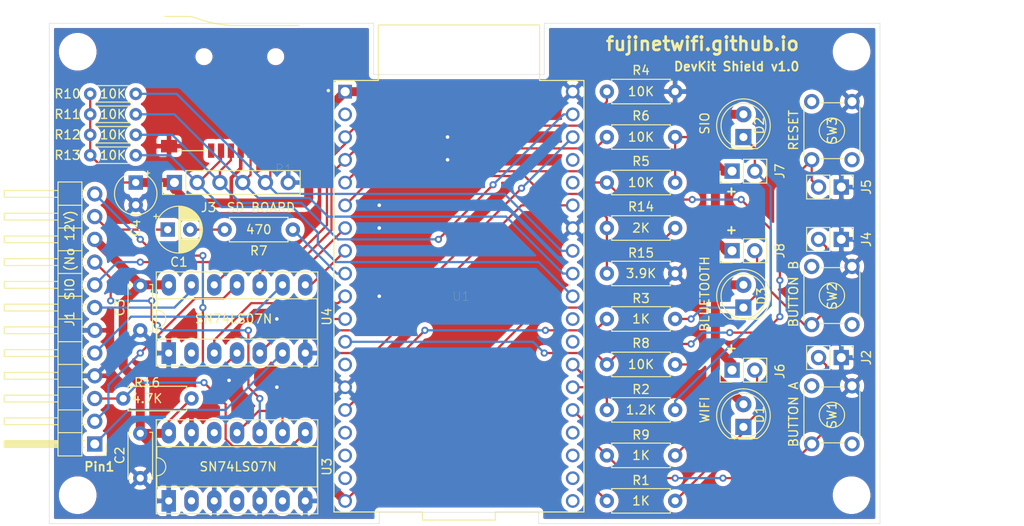
<source format=kicad_pcb>
(kicad_pcb (version 20171130) (host pcbnew "(5.1.9)-1")
  (layers (0 F.Cu signal) (31 B.Cu signal) (34 B.Paste user) (35 F.Paste user) (36 B.SilkS user) (37 F.SilkS user) (38 B.Mask user) (39 F.Mask user) (44 Edge.Cuts user))
  (net 0 "")
  (net 1 "Net-(U1-Pad2)")
  (net 2 "Net-(U1-Pad35)")
  (net 3 "Net-(U1-Pad34)")
  (net 4 "Net-(U1-Pad28)")
  (net 5 "Net-(U1-Pad27)")
  (net 6 "Net-(U1-Pad23)")
  (net 7 "Net-(U1-Pad22)")
  (net 8 "Net-(U1-Pad21)")
  (net 9 "Net-(U1-Pad20)")
  (net 10 "Net-(U1-Pad18)")
  (net 11 "Net-(U1-Pad17)")
  (net 12 "Net-(U1-Pad16)")
  (net 13 "Net-(U1-Pad13)")
  (net 14 "Net-(D1-Pad1)")
  (net 15 "Net-(D2-Pad1)")
  (net 16 "Net-(D3-Pad1)")
  (net 17 "Net-(C1-Pad2)")
  (net 18 SIO_AUDIOIN)
  (net 19 GND)
  (net 20 +5V)
  (net 21 +3V3)
  (net 22 SIO_INT)
  (net 23 SIO_PROC)
  (net 24 SIO_MCTL)
  (net 25 SIO_CMD)
  (net 26 SIO_DATAOUT)
  (net 27 SIO_DATAIN)
  (net 28 SIO_CKOUT)
  (net 29 SIO_CKIN)
  (net 30 IO5_SPI_CS)
  (net 31 IO23_SPI_MOSI)
  (net 32 IO18_SPI_CLK)
  (net 33 IO19_SPI_MISO)
  (net 34 IO2_LED1)
  (net 35 IO4_LED2)
  (net 36 IO3_LED3)
  (net 37 IO34_BUTTON_B)
  (net 38 IO39_CMD)
  (net 39 IO25_AUDIOIN)
  (net 40 IO14_BUTTON_RESET)
  (net 41 IO0_BUTTON_A)
  (net 42 IO35_SIO_VOLTAGE)
  (net 43 IO22_PROC)
  (net 44 IO21_DATAIN)
  (net 45 IO27_CKIN)
  (net 46 IO26_INT)
  (net 47 IO33_DATAOUT)
  (net 48 IO32_CKOUT)
  (net 49 "Net-(U3-Pad12)")
  (net 50 "Net-(U3-Pad4)")
  (net 51 "Net-(P1-Pad9)")
  (net 52 "Net-(P1-Pad8)")
  (net 53 "Net-(P1-Pad1)")
  (net 54 "Net-(U3-Pad2)")
  (net 55 "Net-(U4-Pad2)")
  (net 56 "Net-(U3-Pad6)")
  (net 57 "Net-(SW1-Pad2)")
  (net 58 "Net-(SW1-Pad3)")
  (net 59 "Net-(SW2-Pad2)")
  (net 60 "Net-(SW2-Pad3)")
  (net 61 "Net-(SW3-Pad2)")
  (net 62 "Net-(SW3-Pad3)")
  (module Resistor_THT:R_Axial_DIN0207_L6.3mm_D2.5mm_P7.62mm_Horizontal (layer F.Cu) (at 121.285 99.06)
    (fp_text reference R16 (at 2.667 -1.778) (layer F.SilkS))
    (fp_text value 4.7K (at 2.667 0) (layer F.SilkS))
    (pad 2 thru_hole oval (at 7.62 0) (size 1.6 1.6) (drill 0.8) (layers *.Cu *.Mask) (net 20 +5V))
    (pad 1 thru_hole circle (at 0 0) (size 1.6 1.6) (drill 0.8) (layers *.Cu *.Mask) (net 27 SIO_DATAIN))
  )
  (module LED_THT:LED_D5.0mm (layer F.Cu) (at 190.5 102.235 90)
    (fp_text reference D1 (at 1.397 1.778 90) (layer F.SilkS))
    (fp_text value WIFI (at 1.905 -4.318 90) (layer F.SilkS))
    (pad 2 thru_hole circle (at 2.54 0 90) (size 1.8 1.8) (drill 0.9) (layers *.Cu *.Mask) (net 21 +3V3))
    (pad 1 thru_hole rect (at 0 0 90) (size 1.8 1.8) (drill 0.9) (layers *.Cu *.Mask) (net 14 "Net-(D1-Pad1)"))
  )
  (module LED_THT:LED_D5.0mm (layer F.Cu) (at 190.5 88.9 90)
    (fp_text reference D3 (at 1.27 2.032 90) (layer F.SilkS))
    (fp_text value BLUETOOTH (at 1.524 -4.318 90) (layer F.SilkS))
    (pad 2 thru_hole circle (at 2.54 0 90) (size 1.8 1.8) (drill 0.9) (layers *.Cu *.Mask) (net 21 +3V3))
    (pad 1 thru_hole rect (at 0 0 90) (size 1.8 1.8) (drill 0.9) (layers *.Cu *.Mask) (net 16 "Net-(D3-Pad1)"))
  )
  (module Capacitor_THT:CP_Radial_Tantal_D4.5mm_P2.50mm (layer F.Cu) (at 122.682 74.93 270)
    (fp_text reference C4 (at 5.08 0 90) (layer F.SilkS))
    (fp_text value "10uF 25V")
    (pad 2 thru_hole circle (at 2.5 0 270) (size 1.6 1.6) (drill 0.8) (layers *.Cu *.Mask) (net 19 GND))
    (pad 1 thru_hole rect (at 0 0 270) (size 1.6 1.6) (drill 0.8) (layers *.Cu *.Mask) (net 21 +3V3))
  )
  (module Package_DIP:DIP-14_W7.62mm_Socket_LongPads (layer F.Cu) (at 126.365 93.98 90)
    (fp_text reference U4 (at 4.064 17.653 90) (layer F.SilkS))
    (fp_text value SN74LS07N (at 3.81 7.239 180) (layer F.SilkS))
    (pad 14 thru_hole oval (at 7.62 0 90) (size 2.4 1.6) (drill 0.8) (layers *.Cu *.Mask) (net 20 +5V))
    (pad 7 thru_hole oval (at 0 15.24 90) (size 2.4 1.6) (drill 0.8) (layers *.Cu *.Mask) (net 19 GND))
    (pad 13 thru_hole oval (at 7.62 2.54 90) (size 2.4 1.6) (drill 0.8) (layers *.Cu *.Mask) (net 25 SIO_CMD))
    (pad 6 thru_hole oval (at 0 12.7 90) (size 2.4 1.6) (drill 0.8) (layers *.Cu *.Mask) (net 29 SIO_CKIN))
    (pad 12 thru_hole oval (at 7.62 5.08 90) (size 2.4 1.6) (drill 0.8) (layers *.Cu *.Mask) (net 38 IO39_CMD))
    (pad 5 thru_hole oval (at 0 10.16 90) (size 2.4 1.6) (drill 0.8) (layers *.Cu *.Mask) (net 45 IO27_CKIN))
    (pad 11 thru_hole oval (at 7.62 7.62 90) (size 2.4 1.6) (drill 0.8) (layers *.Cu *.Mask) (net 28 SIO_CKOUT))
    (pad 4 thru_hole oval (at 0 7.62 90) (size 2.4 1.6) (drill 0.8) (layers *.Cu *.Mask) (net 22 SIO_INT))
    (pad 10 thru_hole oval (at 7.62 10.16 90) (size 2.4 1.6) (drill 0.8) (layers *.Cu *.Mask) (net 48 IO32_CKOUT))
    (pad 3 thru_hole oval (at 0 5.08 90) (size 2.4 1.6) (drill 0.8) (layers *.Cu *.Mask) (net 46 IO26_INT))
    (pad 9 thru_hole oval (at 7.62 12.7 90) (size 2.4 1.6) (drill 0.8) (layers *.Cu *.Mask) (net 26 SIO_DATAOUT))
    (pad 2 thru_hole oval (at 0 2.54 90) (size 2.4 1.6) (drill 0.8) (layers *.Cu *.Mask) (net 55 "Net-(U4-Pad2)"))
    (pad 8 thru_hole oval (at 7.62 15.24 90) (size 2.4 1.6) (drill 0.8) (layers *.Cu *.Mask) (net 47 IO33_DATAOUT))
    (pad 1 thru_hole rect (at 0 0 90) (size 2.4 1.6) (drill 0.8) (layers *.Cu *.Mask) (net 19 GND))
  )
  (module Connector_PinHeader_2.54mm:PinHeader_1x02_P2.54mm_Vertical (layer F.Cu) (at 189.23 82.55 90)
    (fp_text reference J8 (at 0 5.334 90) (layer F.SilkS))
    (fp_text value Conn_BLUE_LED)
    (pad 2 thru_hole oval (at 0 2.54 90) (size 1.7 1.7) (drill 1) (layers *.Cu *.Mask) (net 16 "Net-(D3-Pad1)"))
    (pad 1 thru_hole rect (at 0 0 90) (size 1.7 1.7) (drill 1) (layers *.Cu *.Mask) (net 21 +3V3))
  )
  (module Connector_PinHeader_2.54mm:PinHeader_1x02_P2.54mm_Vertical (layer F.Cu) (at 189.23 73.66 90)
    (fp_text reference J7 (at 0 5.334 90) (layer F.SilkS))
    (fp_text value Conn_ORANGE_LED)
    (pad 2 thru_hole oval (at 0 2.54 90) (size 1.7 1.7) (drill 1) (layers *.Cu *.Mask) (net 15 "Net-(D2-Pad1)"))
    (pad 1 thru_hole rect (at 0 0 90) (size 1.7 1.7) (drill 1) (layers *.Cu *.Mask) (net 21 +3V3))
  )
  (module Connector_PinHeader_2.54mm:PinHeader_1x02_P2.54mm_Vertical (layer F.Cu) (at 189.23 95.885 90)
    (fp_text reference J6 (at -0.127 5.334 90) (layer F.SilkS))
    (fp_text value Conn_WHITE_LED)
    (pad 2 thru_hole oval (at 0 2.54 90) (size 1.7 1.7) (drill 1) (layers *.Cu *.Mask) (net 14 "Net-(D1-Pad1)"))
    (pad 1 thru_hole rect (at 0 0 90) (size 1.7 1.7) (drill 1) (layers *.Cu *.Mask) (net 21 +3V3))
  )
  (module Connector_PinHeader_2.54mm:PinHeader_1x02_P2.54mm_Vertical (layer F.Cu) (at 201.422 75.438 270)
    (fp_text reference J5 (at 0 -2.794 90) (layer F.SilkS))
    (fp_text value Conn_BUTTON_RESET)
    (pad 2 thru_hole oval (at 0 2.54 270) (size 1.7 1.7) (drill 1) (layers *.Cu *.Mask) (net 40 IO14_BUTTON_RESET))
    (pad 1 thru_hole rect (at 0 0 270) (size 1.7 1.7) (drill 1) (layers *.Cu *.Mask) (net 19 GND))
  )
  (module Connector_PinHeader_2.54mm:PinHeader_1x02_P2.54mm_Vertical (layer F.Cu) (at 201.422 81.28 270)
    (fp_text reference J4 (at 0 -2.794 90) (layer F.SilkS))
    (fp_text value Conn_BUTTON_B)
    (pad 2 thru_hole oval (at 0 2.54 270) (size 1.7 1.7) (drill 1) (layers *.Cu *.Mask) (net 37 IO34_BUTTON_B))
    (pad 1 thru_hole rect (at 0 0 270) (size 1.7 1.7) (drill 1) (layers *.Cu *.Mask) (net 19 GND))
  )
  (module Connector_PinHeader_2.54mm:PinHeader_1x02_P2.54mm_Vertical (layer F.Cu) (at 201.422 94.488 270)
    (fp_text reference J2 (at 0 -2.794 90) (layer F.SilkS))
    (fp_text value Conn_BUTTON_A)
    (pad 2 thru_hole oval (at 0 2.54 270) (size 1.7 1.7) (drill 1) (layers *.Cu *.Mask) (net 41 IO0_BUTTON_A))
    (pad 1 thru_hole rect (at 0 0 270) (size 1.7 1.7) (drill 1) (layers *.Cu *.Mask) (net 19 GND))
  )
  (module ST-TF-003A:SUNTECH_ST-TF-003A (layer F.Cu) (at 134.62 66.04 180)
    (fp_text reference P1 (at -4.57732 -7.38873) (layer F.SilkS) (effects (font (size 1.000504 1.000504) (thickness 0.015))))
    (fp_text value ST-TF-003A)
    (pad None np_thru_hole circle (at 4.32 5.17 180) (size 0.9 0.9) (drill 0.9) (layers *.Cu *.Mask))
    (pad None np_thru_hole circle (at -3.68 5.17 180) (size 0.9 0.9) (drill 0.9) (layers *.Cu *.Mask))
    (pad G3 smd rect (at 9.12 4.77 180) (size 1.4 2.2) (layers F.Cu F.Paste F.Mask) (net 19 GND))
    (pad G4 smd rect (at 8.22 -4.83 180) (size 1.8 1.4) (layers F.Cu F.Paste F.Mask) (net 19 GND))
    (pad G2 smd rect (at -6.58 4.77 180) (size 1.4 2.2) (layers F.Cu F.Paste F.Mask) (net 19 GND))
    (pad G1 smd rect (at -6.58 -4.73 180) (size 1.4 1.6) (layers F.Cu F.Paste F.Mask) (net 19 GND))
    (pad 9 smd rect (at -5.28 -5.33 180) (size 0.7 1.6) (layers F.Cu F.Paste F.Mask) (net 51 "Net-(P1-Pad9)"))
    (pad 8 smd rect (at -4.18 -5.33 180) (size 0.7 1.6) (layers F.Cu F.Paste F.Mask) (net 52 "Net-(P1-Pad8)"))
    (pad 7 smd rect (at -3.08 -5.33 180) (size 0.7 1.6) (layers F.Cu F.Paste F.Mask) (net 33 IO19_SPI_MISO))
    (pad 6 smd rect (at -1.98 -5.33 180) (size 0.7 1.6) (layers F.Cu F.Paste F.Mask) (net 19 GND))
    (pad 5 smd rect (at -0.88 -5.33 180) (size 0.7 1.6) (layers F.Cu F.Paste F.Mask) (net 32 IO18_SPI_CLK))
    (pad 4 smd rect (at 0.22 -5.33 180) (size 0.7 1.6) (layers F.Cu F.Paste F.Mask) (net 21 +3V3))
    (pad 3 smd rect (at 1.32 -5.33 180) (size 0.7 1.6) (layers F.Cu F.Paste F.Mask) (net 31 IO23_SPI_MOSI))
    (pad 2 smd rect (at 2.42 -5.33 180) (size 0.7 1.6) (layers F.Cu F.Paste F.Mask) (net 30 IO5_SPI_CS))
    (pad 1 smd rect (at 3.52 -5.33 180) (size 0.7 1.6) (layers F.Cu F.Paste F.Mask) (net 53 "Net-(P1-Pad1)"))
  )
  (module Resistor_THT:R_Axial_DIN0204_L3.6mm_D1.6mm_P5.08mm_Horizontal (layer F.Cu) (at 122.682 71.882 180)
    (fp_text reference R13 (at 7.62 0) (layer F.SilkS))
    (fp_text value 10K (at 2.54 0) (layer F.SilkS))
    (pad 2 thru_hole oval (at 5.08 0 180) (size 1.4 1.4) (drill 0.7) (layers *.Cu *.Mask) (net 21 +3V3))
    (pad 1 thru_hole circle (at 0 0 180) (size 1.4 1.4) (drill 0.7) (layers *.Cu *.Mask) (net 30 IO5_SPI_CS))
  )
  (module Resistor_THT:R_Axial_DIN0204_L3.6mm_D1.6mm_P5.08mm_Horizontal (layer F.Cu) (at 122.682 69.596 180)
    (fp_text reference R12 (at 7.62 0) (layer F.SilkS))
    (fp_text value 10K (at 2.54 0) (layer F.SilkS))
    (pad 2 thru_hole oval (at 5.08 0 180) (size 1.4 1.4) (drill 0.7) (layers *.Cu *.Mask) (net 21 +3V3))
    (pad 1 thru_hole circle (at 0 0 180) (size 1.4 1.4) (drill 0.7) (layers *.Cu *.Mask) (net 31 IO23_SPI_MOSI))
  )
  (module Resistor_THT:R_Axial_DIN0204_L3.6mm_D1.6mm_P5.08mm_Horizontal (layer F.Cu) (at 122.682 67.31 180)
    (fp_text reference R11 (at 7.62 0) (layer F.SilkS))
    (fp_text value 10K (at 2.54 0) (layer F.SilkS))
    (pad 2 thru_hole oval (at 5.08 0 180) (size 1.4 1.4) (drill 0.7) (layers *.Cu *.Mask) (net 21 +3V3))
    (pad 1 thru_hole circle (at 0 0 180) (size 1.4 1.4) (drill 0.7) (layers *.Cu *.Mask) (net 32 IO18_SPI_CLK))
  )
  (module Resistor_THT:R_Axial_DIN0204_L3.6mm_D1.6mm_P5.08mm_Horizontal (layer F.Cu) (at 122.682 65.024 180)
    (fp_text reference R10 (at 7.62 0) (layer F.SilkS))
    (fp_text value 10K (at 2.54 0) (layer F.SilkS))
    (pad 2 thru_hole oval (at 5.08 0 180) (size 1.4 1.4) (drill 0.7) (layers *.Cu *.Mask) (net 21 +3V3))
    (pad 1 thru_hole circle (at 0 0 180) (size 1.4 1.4) (drill 0.7) (layers *.Cu *.Mask) (net 33 IO19_SPI_MISO))
  )
  (module MountingHole:MountingHole_3.2mm_M3 (layer F.Cu) (at 202.565 60.325)
    (fp_text reference H4 hide)
    (fp_text value MountingHole hide)
    (pad 1 np_thru_hole circle (at 0 0) (size 3.2 3.2) (drill 3.2) (layers *.Cu *.Mask))
  )
  (module MountingHole:MountingHole_3.2mm_M3 (layer F.Cu) (at 202.565 109.855)
    (fp_text reference H3 hide)
    (fp_text value MountingHole hide)
    (pad 1 np_thru_hole circle (at 0 0) (size 3.2 3.2) (drill 3.2) (layers *.Cu *.Mask))
  )
  (module MountingHole:MountingHole_3.2mm_M3 (layer F.Cu) (at 116.205 60.325)
    (fp_text reference H2 hide)
    (fp_text value MountingHole hide)
    (pad 1 np_thru_hole circle (at 0 0) (size 3.2 3.2) (drill 3.2) (layers *.Cu *.Mask))
  )
  (module MountingHole:MountingHole_3.2mm_M3 (layer F.Cu) (at 116.205 109.855)
    (fp_text reference H1 hide)
    (fp_text value MountingHole hide)
    (pad 1 np_thru_hole circle (at 0 0) (size 3.2 3.2) (drill 3.2) (layers *.Cu *.Mask))
  )
  (module Resistor_THT:R_Axial_DIN0207_L6.3mm_D2.5mm_P7.62mm_Horizontal (layer F.Cu) (at 182.88 85.09 180)
    (fp_text reference R15 (at 3.81 2.286) (layer F.SilkS))
    (fp_text value 3.9K (at 3.81 0) (layer F.SilkS))
    (pad 2 thru_hole oval (at 7.62 0 180) (size 1.6 1.6) (drill 0.8) (layers *.Cu *.Mask) (net 42 IO35_SIO_VOLTAGE))
    (pad 1 thru_hole circle (at 0 0 180) (size 1.6 1.6) (drill 0.8) (layers *.Cu *.Mask) (net 19 GND))
  )
  (module Resistor_THT:R_Axial_DIN0207_L6.3mm_D2.5mm_P7.62mm_Horizontal (layer F.Cu) (at 175.26 80.01)
    (fp_text reference R14 (at 3.81 -2.37) (layer F.SilkS))
    (fp_text value 2K (at 3.81 0) (layer F.SilkS))
    (pad 2 thru_hole oval (at 7.62 0) (size 1.6 1.6) (drill 0.8) (layers *.Cu *.Mask) (net 20 +5V))
    (pad 1 thru_hole circle (at 0 0) (size 1.6 1.6) (drill 0.8) (layers *.Cu *.Mask) (net 42 IO35_SIO_VOLTAGE))
  )
  (module Connector_PinHeader_2.54mm:PinHeader_1x06_P2.54mm_Vertical (layer F.Cu) (at 127 74.93 90)
    (fp_text reference J3 (at -2.794 3.81 180) (layer F.SilkS))
    (fp_text value "SD BOARD" (at -2.794 9.652 180) (layer F.SilkS))
    (pad 6 thru_hole oval (at 0 12.7 90) (size 1.7 1.7) (drill 1) (layers *.Cu *.Mask) (net 19 GND))
    (pad 5 thru_hole oval (at 0 10.16 90) (size 1.7 1.7) (drill 1) (layers *.Cu *.Mask) (net 33 IO19_SPI_MISO))
    (pad 4 thru_hole oval (at 0 7.62 90) (size 1.7 1.7) (drill 1) (layers *.Cu *.Mask) (net 32 IO18_SPI_CLK))
    (pad 3 thru_hole oval (at 0 5.08 90) (size 1.7 1.7) (drill 1) (layers *.Cu *.Mask) (net 31 IO23_SPI_MOSI))
    (pad 2 thru_hole oval (at 0 2.54 90) (size 1.7 1.7) (drill 1) (layers *.Cu *.Mask) (net 30 IO5_SPI_CS))
    (pad 1 thru_hole rect (at 0 0 90) (size 1.7 1.7) (drill 1) (layers *.Cu *.Mask) (net 21 +3V3))
  )
  (module Capacitor_THT:C_Disc_D5.0mm_W2.5mm_P5.00mm (layer F.Cu) (at 123.19 86.44 270)
    (fp_text reference C3 (at 2.46 2.286 90) (layer F.SilkS))
    (fp_text value 0.1uf)
    (pad 2 thru_hole circle (at 5 0 270) (size 1.6 1.6) (drill 0.8) (layers *.Cu *.Mask) (net 19 GND))
    (pad 1 thru_hole circle (at 0 0 270) (size 1.6 1.6) (drill 0.8) (layers *.Cu *.Mask) (net 20 +5V))
  )
  (module Capacitor_THT:C_Disc_D5.0mm_W2.5mm_P5.00mm (layer F.Cu) (at 123.19 102.95 270)
    (fp_text reference C2 (at 2.46 2.286 90) (layer F.SilkS))
    (fp_text value 0.1uf)
    (pad 2 thru_hole circle (at 5 0 270) (size 1.6 1.6) (drill 0.8) (layers *.Cu *.Mask) (net 19 GND))
    (pad 1 thru_hole circle (at 0 0 270) (size 1.6 1.6) (drill 0.8) (layers *.Cu *.Mask) (net 20 +5V))
  )
  (module Connector_PinHeader_2.54mm:PinHeader_1x12_P2.54mm_Horizontal (layer F.Cu) (at 118.11 104.14 180)
    (fp_text reference J1 (at 2.794 13.97 90) (layer F.SilkS))
    (fp_text value "SIO (No 12V)" (at 2.794 21.082 90) (layer F.SilkS))
    (pad 12 thru_hole oval (at 0 27.94 180) (size 1.7 1.7) (drill 1) (layers *.Cu *.Mask) (net 22 SIO_INT))
    (pad 11 thru_hole oval (at 0 25.4 180) (size 1.7 1.7) (drill 1) (layers *.Cu *.Mask) (net 18 SIO_AUDIOIN))
    (pad 10 thru_hole oval (at 0 22.86 180) (size 1.7 1.7) (drill 1) (layers *.Cu *.Mask) (net 20 +5V))
    (pad 9 thru_hole oval (at 0 20.32 180) (size 1.7 1.7) (drill 1) (layers *.Cu *.Mask) (net 23 SIO_PROC))
    (pad 8 thru_hole oval (at 0 17.78 180) (size 1.7 1.7) (drill 1) (layers *.Cu *.Mask) (net 24 SIO_MCTL))
    (pad 7 thru_hole oval (at 0 15.24 180) (size 1.7 1.7) (drill 1) (layers *.Cu *.Mask) (net 25 SIO_CMD))
    (pad 6 thru_hole oval (at 0 12.7 180) (size 1.7 1.7) (drill 1) (layers *.Cu *.Mask) (net 19 GND))
    (pad 5 thru_hole oval (at 0 10.16 180) (size 1.7 1.7) (drill 1) (layers *.Cu *.Mask) (net 26 SIO_DATAOUT))
    (pad 4 thru_hole oval (at 0 7.62 180) (size 1.7 1.7) (drill 1) (layers *.Cu *.Mask) (net 19 GND))
    (pad 3 thru_hole oval (at 0 5.08 180) (size 1.7 1.7) (drill 1) (layers *.Cu *.Mask) (net 27 SIO_DATAIN))
    (pad 2 thru_hole oval (at 0 2.54 180) (size 1.7 1.7) (drill 1) (layers *.Cu *.Mask) (net 28 SIO_CKOUT))
    (pad 1 thru_hole rect (at 0 0 180) (size 1.7 1.7) (drill 1) (layers *.Cu *.Mask) (net 29 SIO_CKIN))
  )
  (module Capacitor_THT:CP_Radial_D5.0mm_P2.50mm (layer F.Cu) (at 126.25 80.19)
    (fp_text reference C1 (at 1.25 3.63) (layer F.SilkS))
    (fp_text value "4.7uF 6.3V")
    (pad 2 thru_hole circle (at 2.5 0) (size 1.6 1.6) (drill 0.8) (layers *.Cu *.Mask) (net 17 "Net-(C1-Pad2)"))
    (pad 1 thru_hole rect (at 0 0) (size 1.6 1.6) (drill 0.8) (layers *.Cu *.Mask) (net 18 SIO_AUDIOIN))
  )
  (module Button_Switch_THT:SW_TH_Tactile_Omron_B3F-10xx (layer F.Cu) (at 198.12 72.39 90)
    (fp_text reference SW3 (at 3.25 2.286 90) (layer F.SilkS))
    (fp_text value RESET (at 3.302 -2.032 90) (layer F.SilkS))
    (pad 1 thru_hole circle (at 0 0 90) (size 1.7 1.7) (drill 1) (layers *.Cu *.Mask) (net 40 IO14_BUTTON_RESET))
    (pad 2 thru_hole circle (at 6.5 0 90) (size 1.7 1.7) (drill 1) (layers *.Cu *.Mask) (net 61 "Net-(SW3-Pad2)"))
    (pad 3 thru_hole circle (at 0 4.5 90) (size 1.7 1.7) (drill 1) (layers *.Cu *.Mask) (net 62 "Net-(SW3-Pad3)"))
    (pad 4 thru_hole circle (at 6.5 4.5 90) (size 1.7 1.7) (drill 1) (layers *.Cu *.Mask) (net 19 GND))
  )
  (module Button_Switch_THT:SW_TH_Tactile_Omron_B3F-10xx (layer F.Cu) (at 198.12 90.805 90)
    (fp_text reference SW2 (at 3.175 2.286 90) (layer F.SilkS))
    (fp_text value "BUTTON B" (at 3.429 -2.032 90) (layer F.SilkS))
    (pad 1 thru_hole circle (at 0 0 90) (size 1.7 1.7) (drill 1) (layers *.Cu *.Mask) (net 37 IO34_BUTTON_B))
    (pad 2 thru_hole circle (at 6.5 0 90) (size 1.7 1.7) (drill 1) (layers *.Cu *.Mask) (net 59 "Net-(SW2-Pad2)"))
    (pad 3 thru_hole circle (at 0 4.5 90) (size 1.7 1.7) (drill 1) (layers *.Cu *.Mask) (net 60 "Net-(SW2-Pad3)"))
    (pad 4 thru_hole circle (at 6.5 4.5 90) (size 1.7 1.7) (drill 1) (layers *.Cu *.Mask) (net 19 GND))
  )
  (module Button_Switch_THT:SW_TH_Tactile_Omron_B3F-10xx (layer F.Cu) (at 198.12 104.14 90)
    (fp_text reference SW1 (at 3.25 2.25 90) (layer F.SilkS))
    (fp_text value "BUTTON A" (at 3.302 -2.032 90) (layer F.SilkS))
    (pad 1 thru_hole circle (at 0 0 90) (size 1.7 1.7) (drill 1) (layers *.Cu *.Mask) (net 41 IO0_BUTTON_A))
    (pad 2 thru_hole circle (at 6.5 0 90) (size 1.7 1.7) (drill 1) (layers *.Cu *.Mask) (net 57 "Net-(SW1-Pad2)"))
    (pad 3 thru_hole circle (at 0 4.5 90) (size 1.7 1.7) (drill 1) (layers *.Cu *.Mask) (net 58 "Net-(SW1-Pad3)"))
    (pad 4 thru_hole circle (at 6.5 4.5 90) (size 1.7 1.7) (drill 1) (layers *.Cu *.Mask) (net 19 GND))
  )
  (module Resistor_THT:R_Axial_DIN0207_L6.3mm_D2.5mm_P7.62mm_Horizontal (layer F.Cu) (at 182.88 105.41 180)
    (fp_text reference R9 (at 3.81 2.286) (layer F.SilkS))
    (fp_text value 1K (at 3.81 0) (layer F.SilkS))
    (pad 2 thru_hole oval (at 7.62 0 180) (size 1.6 1.6) (drill 0.8) (layers *.Cu *.Mask) (net 41 IO0_BUTTON_A))
    (pad 1 thru_hole circle (at 0 0 180) (size 1.6 1.6) (drill 0.8) (layers *.Cu *.Mask) (net 21 +3V3))
  )
  (module Resistor_THT:R_Axial_DIN0207_L6.3mm_D2.5mm_P7.62mm_Horizontal (layer F.Cu) (at 175.26 95.25)
    (fp_text reference R8 (at 3.81 -2.37) (layer F.SilkS))
    (fp_text value 10K (at 3.81 0) (layer F.SilkS))
    (pad 2 thru_hole oval (at 7.62 0) (size 1.6 1.6) (drill 0.8) (layers *.Cu *.Mask) (net 21 +3V3))
    (pad 1 thru_hole circle (at 0 0) (size 1.6 1.6) (drill 0.8) (layers *.Cu *.Mask) (net 40 IO14_BUTTON_RESET))
  )
  (module Resistor_THT:R_Axial_DIN0207_L6.3mm_D2.5mm_P7.62mm_Horizontal (layer F.Cu) (at 140.22 80.19 180)
    (fp_text reference R7 (at 3.81 -2.37) (layer F.SilkS))
    (fp_text value 470 (at 3.81 0) (layer F.SilkS))
    (pad 2 thru_hole oval (at 7.62 0 180) (size 1.6 1.6) (drill 0.8) (layers *.Cu *.Mask) (net 17 "Net-(C1-Pad2)"))
    (pad 1 thru_hole circle (at 0 0 180) (size 1.6 1.6) (drill 0.8) (layers *.Cu *.Mask) (net 39 IO25_AUDIOIN))
  )
  (module Resistor_THT:R_Axial_DIN0207_L6.3mm_D2.5mm_P7.62mm_Horizontal (layer F.Cu) (at 175.26 69.85)
    (fp_text reference R6 (at 3.81 -2.37) (layer F.SilkS))
    (fp_text value 10K (at 3.81 0) (layer F.SilkS))
    (pad 2 thru_hole oval (at 7.62 0) (size 1.6 1.6) (drill 0.8) (layers *.Cu *.Mask) (net 21 +3V3))
    (pad 1 thru_hole circle (at 0 0) (size 1.6 1.6) (drill 0.8) (layers *.Cu *.Mask) (net 38 IO39_CMD))
  )
  (module Resistor_THT:R_Axial_DIN0207_L6.3mm_D2.5mm_P7.62mm_Horizontal (layer F.Cu) (at 175.26 74.93)
    (fp_text reference R5 (at 3.81 -2.37) (layer F.SilkS))
    (fp_text value 10K (at 3.81 0) (layer F.SilkS))
    (pad 2 thru_hole oval (at 7.62 0) (size 1.6 1.6) (drill 0.8) (layers *.Cu *.Mask) (net 21 +3V3))
    (pad 1 thru_hole circle (at 0 0) (size 1.6 1.6) (drill 0.8) (layers *.Cu *.Mask) (net 37 IO34_BUTTON_B))
  )
  (module Resistor_THT:R_Axial_DIN0207_L6.3mm_D2.5mm_P7.62mm_Horizontal (layer F.Cu) (at 175.26 64.77)
    (fp_text reference R4 (at 3.81 -2.37) (layer F.SilkS))
    (fp_text value 10K (at 3.81 0) (layer F.SilkS))
    (pad 2 thru_hole oval (at 7.62 0) (size 1.6 1.6) (drill 0.8) (layers *.Cu *.Mask) (net 19 GND))
    (pad 1 thru_hole circle (at 0 0) (size 1.6 1.6) (drill 0.8) (layers *.Cu *.Mask) (net 24 SIO_MCTL))
  )
  (module Resistor_THT:R_Axial_DIN0207_L6.3mm_D2.5mm_P7.62mm_Horizontal (layer F.Cu) (at 182.88 90.17 180)
    (fp_text reference R3 (at 3.81 2.286) (layer F.SilkS))
    (fp_text value 1K (at 3.81 0) (layer F.SilkS))
    (pad 2 thru_hole oval (at 7.62 0 180) (size 1.6 1.6) (drill 0.8) (layers *.Cu *.Mask) (net 36 IO3_LED3))
    (pad 1 thru_hole circle (at 0 0 180) (size 1.6 1.6) (drill 0.8) (layers *.Cu *.Mask) (net 16 "Net-(D3-Pad1)"))
  )
  (module Resistor_THT:R_Axial_DIN0207_L6.3mm_D2.5mm_P7.62mm_Horizontal (layer F.Cu) (at 182.88 100.33 180)
    (fp_text reference R2 (at 3.81 2.286) (layer F.SilkS))
    (fp_text value 1.2K (at 3.81 0) (layer F.SilkS))
    (pad 2 thru_hole oval (at 7.62 0 180) (size 1.6 1.6) (drill 0.8) (layers *.Cu *.Mask) (net 35 IO4_LED2))
    (pad 1 thru_hole circle (at 0 0 180) (size 1.6 1.6) (drill 0.8) (layers *.Cu *.Mask) (net 15 "Net-(D2-Pad1)"))
  )
  (module Resistor_THT:R_Axial_DIN0207_L6.3mm_D2.5mm_P7.62mm_Horizontal (layer F.Cu) (at 182.88 110.49 180)
    (fp_text reference R1 (at 3.81 2.286) (layer F.SilkS))
    (fp_text value 1K (at 3.81 0) (layer F.SilkS))
    (pad 2 thru_hole oval (at 7.62 0 180) (size 1.6 1.6) (drill 0.8) (layers *.Cu *.Mask) (net 34 IO2_LED1))
    (pad 1 thru_hole circle (at 0 0 180) (size 1.6 1.6) (drill 0.8) (layers *.Cu *.Mask) (net 14 "Net-(D1-Pad1)"))
  )
  (module LED_THT:LED_D5.0mm (layer F.Cu) (at 190.5 69.85 90)
    (fp_text reference D2 (at 1.27 1.778 90) (layer F.SilkS))
    (fp_text value SIO (at 1.524 -4.318 90) (layer F.SilkS))
    (pad 2 thru_hole circle (at 2.54 0 90) (size 1.8 1.8) (drill 0.9) (layers *.Cu *.Mask) (net 21 +3V3))
    (pad 1 thru_hole rect (at 0 0 90) (size 1.8 1.8) (drill 0.9) (layers *.Cu *.Mask) (net 15 "Net-(D2-Pad1)"))
  )
  (module Package_DIP:DIP-14_W7.62mm_Socket_LongPads (layer F.Cu) (at 126.365 110.49 90)
    (fp_text reference U3 (at 3.81 17.653 90) (layer F.SilkS))
    (fp_text value SN74LS07N (at 3.81 7.747 180) (layer F.SilkS))
    (pad 14 thru_hole oval (at 7.62 0 90) (size 2.4 1.6) (drill 0.8) (layers *.Cu *.Mask) (net 20 +5V))
    (pad 7 thru_hole oval (at 0 15.24 90) (size 2.4 1.6) (drill 0.8) (layers *.Cu *.Mask) (net 19 GND))
    (pad 13 thru_hole oval (at 7.62 2.54 90) (size 2.4 1.6) (drill 0.8) (layers *.Cu *.Mask) (net 19 GND))
    (pad 6 thru_hole oval (at 0 12.7 90) (size 2.4 1.6) (drill 0.8) (layers *.Cu *.Mask) (net 56 "Net-(U3-Pad6)"))
    (pad 12 thru_hole oval (at 7.62 5.08 90) (size 2.4 1.6) (drill 0.8) (layers *.Cu *.Mask) (net 49 "Net-(U3-Pad12)"))
    (pad 5 thru_hole oval (at 0 10.16 90) (size 2.4 1.6) (drill 0.8) (layers *.Cu *.Mask) (net 19 GND))
    (pad 11 thru_hole oval (at 7.62 7.62 90) (size 2.4 1.6) (drill 0.8) (layers *.Cu *.Mask) (net 43 IO22_PROC))
    (pad 4 thru_hole oval (at 0 7.62 90) (size 2.4 1.6) (drill 0.8) (layers *.Cu *.Mask) (net 50 "Net-(U3-Pad4)"))
    (pad 10 thru_hole oval (at 7.62 10.16 90) (size 2.4 1.6) (drill 0.8) (layers *.Cu *.Mask) (net 23 SIO_PROC))
    (pad 3 thru_hole oval (at 0 5.08 90) (size 2.4 1.6) (drill 0.8) (layers *.Cu *.Mask) (net 19 GND))
    (pad 9 thru_hole oval (at 7.62 12.7 90) (size 2.4 1.6) (drill 0.8) (layers *.Cu *.Mask) (net 44 IO21_DATAIN))
    (pad 2 thru_hole oval (at 0 2.54 90) (size 2.4 1.6) (drill 0.8) (layers *.Cu *.Mask) (net 54 "Net-(U3-Pad2)"))
    (pad 8 thru_hole oval (at 7.62 15.24 90) (size 2.4 1.6) (drill 0.8) (layers *.Cu *.Mask) (net 27 SIO_DATAIN))
    (pad 1 thru_hole rect (at 0 0 90) (size 2.4 1.6) (drill 0.8) (layers *.Cu *.Mask) (net 19 GND))
  )
  (module ESP32-DEVKITC-32U:MODULE_ESP32-DEVKITC-32U (layer F.Cu) (at 158.75 87.63)
    (fp_text reference U1 (at 0.254 0) (layer F.SilkS) (effects (font (thickness 0.015))))
    (fp_text value ESP32-DEVKITC-32U)
    (pad 38 thru_hole circle (at 12.7 -22.85) (size 1.53 1.53) (drill 1.02) (layers *.Cu *.Mask) (net 19 GND))
    (pad 37 thru_hole circle (at 12.7 -20.31) (size 1.53 1.53) (drill 1.02) (layers *.Cu *.Mask) (net 31 IO23_SPI_MOSI))
    (pad 36 thru_hole circle (at 12.7 -17.77) (size 1.53 1.53) (drill 1.02) (layers *.Cu *.Mask) (net 43 IO22_PROC))
    (pad 35 thru_hole circle (at 12.7 -15.23) (size 1.53 1.53) (drill 1.02) (layers *.Cu *.Mask) (net 2 "Net-(U1-Pad35)"))
    (pad 34 thru_hole circle (at 12.7 -12.69) (size 1.53 1.53) (drill 1.02) (layers *.Cu *.Mask) (net 3 "Net-(U1-Pad34)"))
    (pad 33 thru_hole circle (at 12.7 -10.15) (size 1.53 1.53) (drill 1.02) (layers *.Cu *.Mask) (net 44 IO21_DATAIN))
    (pad 32 thru_hole circle (at 12.7 -7.61) (size 1.53 1.53) (drill 1.02) (layers *.Cu *.Mask) (net 19 GND))
    (pad 31 thru_hole circle (at 12.7 -5.07) (size 1.53 1.53) (drill 1.02) (layers *.Cu *.Mask) (net 33 IO19_SPI_MISO))
    (pad 30 thru_hole circle (at 12.7 -2.53) (size 1.53 1.53) (drill 1.02) (layers *.Cu *.Mask) (net 32 IO18_SPI_CLK))
    (pad 29 thru_hole circle (at 12.7 0.01) (size 1.53 1.53) (drill 1.02) (layers *.Cu *.Mask) (net 30 IO5_SPI_CS))
    (pad 28 thru_hole circle (at 12.7 2.55) (size 1.53 1.53) (drill 1.02) (layers *.Cu *.Mask) (net 4 "Net-(U1-Pad28)"))
    (pad 27 thru_hole circle (at 12.7 5.09) (size 1.53 1.53) (drill 1.02) (layers *.Cu *.Mask) (net 5 "Net-(U1-Pad27)"))
    (pad 26 thru_hole circle (at 12.7 7.63) (size 1.53 1.53) (drill 1.02) (layers *.Cu *.Mask) (net 35 IO4_LED2))
    (pad 25 thru_hole circle (at 12.7 10.17) (size 1.53 1.53) (drill 1.02) (layers *.Cu *.Mask) (net 41 IO0_BUTTON_A))
    (pad 24 thru_hole circle (at 12.7 12.71) (size 1.53 1.53) (drill 1.02) (layers *.Cu *.Mask) (net 34 IO2_LED1))
    (pad 23 thru_hole circle (at 12.7 15.25) (size 1.53 1.53) (drill 1.02) (layers *.Cu *.Mask) (net 6 "Net-(U1-Pad23)"))
    (pad 22 thru_hole circle (at 12.7 17.79) (size 1.53 1.53) (drill 1.02) (layers *.Cu *.Mask) (net 7 "Net-(U1-Pad22)"))
    (pad 21 thru_hole circle (at 12.7 20.33) (size 1.53 1.53) (drill 1.02) (layers *.Cu *.Mask) (net 8 "Net-(U1-Pad21)"))
    (pad 20 thru_hole circle (at 12.7 22.87) (size 1.53 1.53) (drill 1.02) (layers *.Cu *.Mask) (net 9 "Net-(U1-Pad20)"))
    (pad 19 thru_hole circle (at -12.7 22.87) (size 1.53 1.53) (drill 1.02) (layers *.Cu *.Mask) (net 20 +5V))
    (pad 18 thru_hole circle (at -12.7 20.33) (size 1.53 1.53) (drill 1.02) (layers *.Cu *.Mask) (net 10 "Net-(U1-Pad18)"))
    (pad 17 thru_hole circle (at -12.7 17.79) (size 1.53 1.53) (drill 1.02) (layers *.Cu *.Mask) (net 11 "Net-(U1-Pad17)"))
    (pad 16 thru_hole circle (at -12.7 15.25) (size 1.53 1.53) (drill 1.02) (layers *.Cu *.Mask) (net 12 "Net-(U1-Pad16)"))
    (pad 15 thru_hole circle (at -12.7 12.71) (size 1.53 1.53) (drill 1.02) (layers *.Cu *.Mask) (net 36 IO3_LED3))
    (pad 14 thru_hole circle (at -12.7 10.17) (size 1.53 1.53) (drill 1.02) (layers *.Cu *.Mask) (net 19 GND))
    (pad 13 thru_hole circle (at -12.7 7.63) (size 1.53 1.53) (drill 1.02) (layers *.Cu *.Mask) (net 13 "Net-(U1-Pad13)"))
    (pad 12 thru_hole circle (at -12.7 5.09) (size 1.53 1.53) (drill 1.02) (layers *.Cu *.Mask) (net 40 IO14_BUTTON_RESET))
    (pad 11 thru_hole circle (at -12.7 2.55) (size 1.53 1.53) (drill 1.02) (layers *.Cu *.Mask) (net 45 IO27_CKIN))
    (pad 10 thru_hole circle (at -12.7 0.01) (size 1.53 1.53) (drill 1.02) (layers *.Cu *.Mask) (net 46 IO26_INT))
    (pad 9 thru_hole circle (at -12.7 -2.53) (size 1.53 1.53) (drill 1.02) (layers *.Cu *.Mask) (net 39 IO25_AUDIOIN))
    (pad 8 thru_hole circle (at -12.7 -5.07) (size 1.53 1.53) (drill 1.02) (layers *.Cu *.Mask) (net 47 IO33_DATAOUT))
    (pad 7 thru_hole circle (at -12.7 -7.61) (size 1.53 1.53) (drill 1.02) (layers *.Cu *.Mask) (net 48 IO32_CKOUT))
    (pad 6 thru_hole circle (at -12.7 -10.15) (size 1.53 1.53) (drill 1.02) (layers *.Cu *.Mask) (net 42 IO35_SIO_VOLTAGE))
    (pad 5 thru_hole circle (at -12.7 -12.69) (size 1.53 1.53) (drill 1.02) (layers *.Cu *.Mask) (net 37 IO34_BUTTON_B))
    (pad 4 thru_hole circle (at -12.7 -15.23) (size 1.53 1.53) (drill 1.02) (layers *.Cu *.Mask) (net 38 IO39_CMD))
    (pad 3 thru_hole circle (at -12.7 -17.77) (size 1.53 1.53) (drill 1.02) (layers *.Cu *.Mask) (net 24 SIO_MCTL))
    (pad 2 thru_hole circle (at -12.7 -20.31) (size 1.53 1.53) (drill 1.02) (layers *.Cu *.Mask) (net 1 "Net-(U1-Pad2)"))
    (pad 1 thru_hole rect (at -12.7 -22.85) (size 1.53 1.53) (drill 1.02) (layers *.Cu *.Mask) (net 21 +3V3))
  )
  (gr_text "DevKit Shield v1.0" (at 189.738 61.976) (layer F.SilkS) (effects (font (size 1 1) (thickness 0.2))))
  (gr_text fujinetwifi.github.io (at 185.928 59.436) (layer F.SilkS) (effects (font (size 1.5 1.5) (thickness 0.3))))
  (gr_line (start 149.86 111.76) (end 167.64 111.76) (layer Edge.Cuts) (width 0.05))
  (gr_line (start 167.64 113.03) (end 205.74 113.03) (layer Edge.Cuts) (width 0.05))
  (gr_line (start 149.86 113.03) (end 113.03 113.03) (layer Edge.Cuts) (width 0.05))
  (gr_text + (at 189.23 75.946 -90) (layer F.SilkS) (effects (font (size 1 1) (thickness 0.2))))
  (gr_text + (at 189.23 93.472 -90) (layer F.SilkS) (effects (font (size 1 1) (thickness 0.2))))
  (gr_text + (at 189.23 80.264 -90) (layer F.SilkS) (effects (font (size 1 1) (thickness 0.2))))
  (gr_text Pin1 (at 118.618 106.68) (layer F.SilkS) (effects (font (size 1 1) (thickness 0.2))))
  (gr_line (start 168.275 57.15) (end 168.91 57.15) (layer Edge.Cuts) (width 0.05))
  (gr_line (start 168.275 62.865) (end 168.275 57.15) (layer Edge.Cuts) (width 0.05))
  (gr_line (start 149.225 62.865) (end 168.275 62.865) (layer Edge.Cuts) (width 0.05))
  (gr_line (start 149.225 57.15) (end 149.225 62.865) (layer Edge.Cuts) (width 0.05))
  (gr_line (start 148.59 57.15) (end 149.225 57.15) (layer Edge.Cuts) (width 0.05))
  (gr_line (start 167.64 111.76) (end 167.64 113.03) (layer Edge.Cuts) (width 0.05))
  (gr_line (start 149.86 113.03) (end 149.86 111.76) (layer Edge.Cuts) (width 0.05))
  (gr_line (start 113.03 57.15) (end 118.11 57.15) (layer Edge.Cuts) (width 0.05))
  (gr_line (start 113.03 57.15) (end 113.03 113.03) (layer Edge.Cuts) (width 0.05))
  (gr_line (start 168.91 57.15) (end 205.74 57.15) (layer Edge.Cuts) (width 0.05))
  (gr_line (start 205.74 113.03) (end 205.74 57.15) (layer Edge.Cuts) (width 0.05))
  (gr_line (start 148.59 57.15) (end 118.11 57.15) (layer Edge.Cuts) (width 0.05))
  (segment (start 190.5 102.87) (end 190.5 102.235) (width 0.25) (layer F.Cu) (net 14))
  (segment (start 182.88 110.49) (end 190.5 102.87) (width 0.25) (layer F.Cu) (net 14))
  (segment (start 192.024 96.139) (end 191.77 95.885) (width 0.25) (layer F.Cu) (net 14))
  (segment (start 192.024 100.711) (end 192.024 96.139) (width 0.25) (layer F.Cu) (net 14))
  (segment (start 190.5 102.235) (end 192.024 100.711) (width 0.25) (layer F.Cu) (net 14))
  (segment (start 191.77 71.12) (end 190.5 69.85) (width 0.25) (layer F.Cu) (net 15))
  (segment (start 191.77 73.66) (end 191.77 71.12) (width 0.25) (layer F.Cu) (net 15))
  (segment (start 193.548 75.438) (end 191.77 73.66) (width 0.25) (layer B.Cu) (net 15))
  (segment (start 193.548 88.646) (end 193.548 75.438) (width 0.25) (layer B.Cu) (net 15))
  (segment (start 182.88 99.314) (end 193.548 88.646) (width 0.25) (layer B.Cu) (net 15))
  (segment (start 182.88 100.33) (end 182.88 99.314) (width 0.25) (layer B.Cu) (net 15))
  (segment (start 182.88 90.17) (end 184.658 90.17) (width 0.25) (layer F.Cu) (net 16))
  (via (at 184.658 90.17) (size 0.8) (drill 0.4) (layers F.Cu B.Cu) (net 16))
  (segment (start 190.5 88.9) (end 185.928 88.9) (width 0.25) (layer B.Cu) (net 16))
  (segment (start 185.928 88.9) (end 184.658 90.17) (width 0.25) (layer B.Cu) (net 16))
  (segment (start 192.024 82.804) (end 191.77 82.55) (width 0.25) (layer F.Cu) (net 16))
  (segment (start 192.024 87.376) (end 192.024 82.804) (width 0.25) (layer F.Cu) (net 16))
  (segment (start 190.5 88.9) (end 192.024 87.376) (width 0.25) (layer F.Cu) (net 16))
  (segment (start 128.75 80.19) (end 132.6 80.19) (width 0.25) (layer F.Cu) (net 17))
  (segment (start 119.56 80.19) (end 118.11 78.74) (width 0.25) (layer F.Cu) (net 18))
  (segment (start 126.25 80.19) (end 119.56 80.19) (width 0.25) (layer F.Cu) (net 18))
  (via (at 149.86 87.63) (size 0.8) (drill 0.4) (layers F.Cu B.Cu) (net 19))
  (via (at 157.48 69.85) (size 0.8) (drill 0.4) (layers F.Cu B.Cu) (net 19))
  (via (at 157.48 72.39) (size 0.8) (drill 0.4) (layers F.Cu B.Cu) (net 19))
  (via (at 138.43 97.79) (size 0.8) (drill 0.4) (layers F.Cu B.Cu) (net 19))
  (via (at 138.43 90.17) (size 0.8) (drill 0.4) (layers F.Cu B.Cu) (net 19))
  (segment (start 118.11 96.52) (end 119.38 95.25) (width 0.5) (layer B.Cu) (net 19))
  (via (at 149.86 77.47) (size 0.8) (drill 0.4) (layers F.Cu B.Cu) (net 19))
  (via (at 149.86 80.01) (size 0.8) (drill 0.4) (layers F.Cu B.Cu) (net 19))
  (via (at 133.096 97.028) (size 0.8) (drill 0.4) (layers F.Cu B.Cu) (net 19))
  (segment (start 122.699999 102.459999) (end 123.19 102.95) (width 0.25) (layer F.Cu) (net 20))
  (segment (start 123.27 86.36) (end 123.19 86.44) (width 1) (layer F.Cu) (net 20))
  (segment (start 126.365 86.36) (end 123.27 86.36) (width 1) (layer F.Cu) (net 20))
  (segment (start 123.19 86.36) (end 118.11 81.28) (width 1) (layer F.Cu) (net 20))
  (segment (start 123.19 86.44) (end 123.19 86.36) (width 1) (layer F.Cu) (net 20))
  (segment (start 126.285 102.95) (end 126.365 102.87) (width 1) (layer F.Cu) (net 20))
  (segment (start 123.19 102.95) (end 126.285 102.95) (width 1) (layer F.Cu) (net 20))
  (segment (start 123.19 97.431998) (end 123.19 102.95) (width 1) (layer F.Cu) (net 20))
  (segment (start 121.285 95.526998) (end 123.19 97.431998) (width 1) (layer F.Cu) (net 20))
  (segment (start 121.285 88.345) (end 121.285 95.526998) (width 1) (layer F.Cu) (net 20))
  (segment (start 123.19 86.44) (end 121.285 88.345) (width 1) (layer F.Cu) (net 20))
  (segment (start 126.92 106.68) (end 123.19 102.95) (width 1) (layer F.Cu) (net 20))
  (segment (start 142.23 106.68) (end 126.92 106.68) (width 1) (layer F.Cu) (net 20))
  (segment (start 146.05 110.5) (end 142.23 106.68) (width 1) (layer F.Cu) (net 20))
  (segment (start 173.99 88.9) (end 167.65 88.9) (width 0.25) (layer F.Cu) (net 20))
  (segment (start 167.65 88.9) (end 146.05 110.5) (width 0.25) (layer F.Cu) (net 20))
  (segment (start 182.88 80.01) (end 173.99 88.9) (width 0.25) (layer F.Cu) (net 20))
  (segment (start 126.365 101.6) (end 128.905 99.06) (width 0.25) (layer F.Cu) (net 20))
  (segment (start 126.365 102.87) (end 126.365 101.6) (width 0.25) (layer F.Cu) (net 20))
  (segment (start 182.88 74.93) (end 182.88 69.85) (width 0.25) (layer F.Cu) (net 21))
  (segment (start 120.65 74.93) (end 117.602 71.882) (width 0.25) (layer F.Cu) (net 21))
  (segment (start 122.682 74.93) (end 120.65 74.93) (width 0.25) (layer F.Cu) (net 21))
  (segment (start 117.602 71.882) (end 117.602 69.596) (width 0.25) (layer F.Cu) (net 21))
  (segment (start 117.602 67.31) (end 117.602 65.024) (width 0.25) (layer F.Cu) (net 21))
  (segment (start 117.602 69.596) (end 117.602 67.31) (width 0.25) (layer F.Cu) (net 21))
  (segment (start 127 74.93) (end 122.682 74.93) (width 1) (layer F.Cu) (net 21))
  (segment (start 187.367999 96.562999) (end 190.5 99.695) (width 1) (layer F.Cu) (net 21))
  (segment (start 184.15 61.976) (end 187.367999 65.193999) (width 1) (layer F.Cu) (net 21))
  (segment (start 171.45 61.976) (end 184.15 61.976) (width 1) (layer F.Cu) (net 21))
  (segment (start 168.646 64.78) (end 171.45 61.976) (width 1) (layer F.Cu) (net 21))
  (segment (start 146.05 64.78) (end 168.646 64.78) (width 1) (layer F.Cu) (net 21))
  (segment (start 189.23 95.164002) (end 187.367999 93.302001) (width 1) (layer F.Cu) (net 21))
  (segment (start 189.23 95.885) (end 189.23 95.164002) (width 1) (layer F.Cu) (net 21))
  (segment (start 187.367999 93.302001) (end 187.367999 96.562999) (width 1) (layer F.Cu) (net 21))
  (segment (start 185.759998 69.85) (end 187.367999 68.241999) (width 0.25) (layer F.Cu) (net 21))
  (segment (start 182.88 69.85) (end 185.759998 69.85) (width 0.25) (layer F.Cu) (net 21))
  (segment (start 188.214 73.66) (end 187.367999 72.813999) (width 1) (layer F.Cu) (net 21))
  (segment (start 189.23 73.66) (end 188.214 73.66) (width 1) (layer F.Cu) (net 21))
  (segment (start 187.367999 68.241999) (end 187.367999 72.813999) (width 1) (layer F.Cu) (net 21))
  (segment (start 188.553998 67.31) (end 187.367999 66.124001) (width 1) (layer F.Cu) (net 21))
  (segment (start 187.367999 66.124001) (end 187.367999 68.241999) (width 1) (layer F.Cu) (net 21))
  (segment (start 190.5 67.31) (end 188.553998 67.31) (width 1) (layer F.Cu) (net 21))
  (segment (start 187.367999 65.193999) (end 187.367999 66.124001) (width 1) (layer F.Cu) (net 21))
  (segment (start 188.553998 82.55) (end 187.367999 81.364001) (width 1) (layer F.Cu) (net 21))
  (segment (start 189.23 82.55) (end 188.553998 82.55) (width 1) (layer F.Cu) (net 21))
  (segment (start 187.367999 72.813999) (end 187.367999 81.364001) (width 1) (layer F.Cu) (net 21))
  (segment (start 188.468 86.36) (end 187.367999 85.259999) (width 1) (layer F.Cu) (net 21))
  (segment (start 190.5 86.36) (end 188.468 86.36) (width 1) (layer F.Cu) (net 21))
  (segment (start 187.367999 85.259999) (end 187.367999 93.302001) (width 1) (layer F.Cu) (net 21))
  (segment (start 187.367999 81.364001) (end 187.367999 85.259999) (width 1) (layer F.Cu) (net 21))
  (segment (start 185.42 95.25) (end 187.367999 93.302001) (width 0.25) (layer F.Cu) (net 21))
  (segment (start 182.88 95.25) (end 185.42 95.25) (width 0.25) (layer F.Cu) (net 21))
  (segment (start 141.986 76.708) (end 141.478 77.216) (width 1) (layer F.Cu) (net 21))
  (segment (start 141.986 73.152) (end 141.986 76.708) (width 1) (layer F.Cu) (net 21))
  (segment (start 143.51 71.628) (end 141.986 73.152) (width 1) (layer F.Cu) (net 21))
  (segment (start 143.51 67.32) (end 143.51 71.628) (width 1) (layer F.Cu) (net 21))
  (segment (start 141.478 77.216) (end 133.35 77.216) (width 1) (layer F.Cu) (net 21))
  (segment (start 146.05 64.78) (end 143.51 67.32) (width 1) (layer F.Cu) (net 21))
  (segment (start 127 75.692) (end 127 74.93) (width 1) (layer F.Cu) (net 21))
  (segment (start 128.524 77.216) (end 127 75.692) (width 1) (layer F.Cu) (net 21))
  (segment (start 133.35 77.216) (end 128.524 77.216) (width 1) (layer F.Cu) (net 21))
  (segment (start 133.35 74.402476) (end 133.35 77.216) (width 0.4) (layer F.Cu) (net 21))
  (segment (start 134.4 73.352476) (end 133.35 74.402476) (width 0.4) (layer F.Cu) (net 21))
  (segment (start 134.4 71.37) (end 134.4 73.352476) (width 0.4) (layer F.Cu) (net 21))
  (segment (start 187.367999 100.922001) (end 187.367999 96.562999) (width 0.25) (layer F.Cu) (net 21))
  (segment (start 182.88 105.41) (end 187.367999 100.922001) (width 0.25) (layer F.Cu) (net 21))
  (via (at 130.175 88.9) (size 0.8) (drill 0.4) (layers F.Cu B.Cu) (net 22))
  (via (at 130.175 83.095) (size 0.8) (drill 0.4) (layers F.Cu B.Cu) (net 22))
  (segment (start 130.175 88.9) (end 130.175 83.095) (width 0.25) (layer B.Cu) (net 22))
  (via (at 123.19 81.28) (size 0.8) (drill 0.4) (layers F.Cu B.Cu) (net 22))
  (segment (start 125.005 83.095) (end 123.19 81.28) (width 0.25) (layer F.Cu) (net 22))
  (segment (start 130.175 83.095) (end 125.005 83.095) (width 0.25) (layer F.Cu) (net 22))
  (segment (start 123.19 81.28) (end 118.11 76.2) (width 0.25) (layer B.Cu) (net 22))
  (segment (start 130.175 95.25) (end 130.175 88.9) (width 0.25) (layer F.Cu) (net 22))
  (segment (start 132.08 95.885) (end 130.81 95.885) (width 0.25) (layer F.Cu) (net 22))
  (segment (start 130.81 95.885) (end 130.175 95.25) (width 0.25) (layer F.Cu) (net 22))
  (segment (start 133.985 93.98) (end 132.08 95.885) (width 0.25) (layer F.Cu) (net 22))
  (via (at 125.095 90.895) (size 0.8) (drill 0.4) (layers F.Cu B.Cu) (net 23))
  (via (at 135.255 91.44) (size 0.8) (drill 0.4) (layers F.Cu B.Cu) (net 23))
  (segment (start 125.64 91.44) (end 135.255 91.44) (width 0.25) (layer B.Cu) (net 23))
  (segment (start 125.095 90.895) (end 125.64 91.44) (width 0.25) (layer B.Cu) (net 23))
  (via (at 136.525 99.06) (size 0.8) (drill 0.4) (layers F.Cu B.Cu) (net 23))
  (segment (start 135.255 97.79) (end 136.525 99.06) (width 0.25) (layer F.Cu) (net 23))
  (segment (start 135.255 91.44) (end 135.255 97.79) (width 0.25) (layer F.Cu) (net 23))
  (segment (start 136.525 99.06) (end 136.525 102.87) (width 0.25) (layer B.Cu) (net 23))
  (via (at 124.46 88.138) (size 0.8) (drill 0.4) (layers F.Cu B.Cu) (net 23))
  (segment (start 125.095 90.895) (end 124.46 90.26) (width 0.25) (layer F.Cu) (net 23))
  (segment (start 124.46 90.26) (end 124.46 88.138) (width 0.25) (layer F.Cu) (net 23))
  (segment (start 123.894315 88.138) (end 119.888 88.138) (width 0.25) (layer B.Cu) (net 23))
  (segment (start 124.46 88.138) (end 123.894315 88.138) (width 0.25) (layer B.Cu) (net 23))
  (segment (start 119.888 85.598) (end 119.888 88.138) (width 0.25) (layer F.Cu) (net 23))
  (segment (start 118.11 83.82) (end 119.888 85.598) (width 0.25) (layer F.Cu) (net 23))
  (via (at 119.888 88.138) (size 0.8) (drill 0.4) (layers F.Cu B.Cu) (net 23))
  (segment (start 146.05 69.86) (end 147.33 68.58) (width 0.25) (layer F.Cu) (net 24))
  (segment (start 175.26 65.90137) (end 175.26 64.77) (width 0.25) (layer F.Cu) (net 24))
  (segment (start 172.58137 68.58) (end 175.26 65.90137) (width 0.25) (layer F.Cu) (net 24))
  (segment (start 147.33 68.58) (end 172.58137 68.58) (width 0.25) (layer F.Cu) (net 24))
  (via (at 123.19 83.82) (size 0.8) (drill 0.4) (layers F.Cu B.Cu) (net 24))
  (segment (start 120.65 83.82) (end 123.19 83.82) (width 0.25) (layer B.Cu) (net 24))
  (segment (start 118.11 86.36) (end 120.65 83.82) (width 0.25) (layer B.Cu) (net 24))
  (segment (start 146.05 70.612) (end 146.05 69.86) (width 0.25) (layer F.Cu) (net 24))
  (segment (start 144.018 79.691795) (end 144.018 72.644) (width 0.25) (layer F.Cu) (net 24))
  (segment (start 141.159795 82.55) (end 144.018 79.691795) (width 0.25) (layer F.Cu) (net 24))
  (segment (start 133.985 82.55) (end 141.159795 82.55) (width 0.25) (layer F.Cu) (net 24))
  (segment (start 132.715 83.82) (end 133.985 82.55) (width 0.25) (layer F.Cu) (net 24))
  (segment (start 144.018 72.644) (end 146.05 70.612) (width 0.25) (layer F.Cu) (net 24))
  (segment (start 123.19 83.82) (end 132.715 83.82) (width 0.25) (layer F.Cu) (net 24))
  (segment (start 128.905 86.995) (end 128.905 86.36) (width 0.25) (layer B.Cu) (net 25))
  (segment (start 127 88.9) (end 128.905 86.995) (width 0.25) (layer B.Cu) (net 25))
  (segment (start 118.11 88.9) (end 127 88.9) (width 0.25) (layer B.Cu) (net 25))
  (segment (start 122.174 89.916) (end 118.11 93.98) (width 0.25) (layer B.Cu) (net 26))
  (segment (start 135.509 89.916) (end 122.174 89.916) (width 0.25) (layer B.Cu) (net 26))
  (segment (start 139.065 86.36) (end 135.509 89.916) (width 0.25) (layer B.Cu) (net 26))
  (segment (start 118.11 99.06) (end 117.475 99.06) (width 0.25) (layer F.Cu) (net 27))
  (segment (start 117.475 99.06) (end 121.285 99.06) (width 0.25) (layer F.Cu) (net 27))
  (segment (start 132.715 99.695) (end 130.302 97.282) (width 0.25) (layer F.Cu) (net 27))
  (segment (start 132.715 103.591004) (end 132.715 99.695) (width 0.25) (layer F.Cu) (net 27))
  (segment (start 133.519006 104.39501) (end 132.715 103.591004) (width 0.25) (layer F.Cu) (net 27))
  (segment (start 140.07999 104.39501) (end 133.519006 104.39501) (width 0.25) (layer F.Cu) (net 27))
  (segment (start 141.605 102.87) (end 140.07999 104.39501) (width 0.25) (layer F.Cu) (net 27))
  (segment (start 123.063 97.282) (end 130.302 97.282) (width 0.25) (layer B.Cu) (net 27))
  (segment (start 121.285 99.06) (end 123.063 97.282) (width 0.25) (layer B.Cu) (net 27))
  (via (at 130.302 97.282) (size 0.8) (drill 0.4) (layers F.Cu B.Cu) (net 27))
  (via (at 123.19 93.98) (size 0.8) (drill 0.4) (layers F.Cu B.Cu) (net 28))
  (segment (start 132.45999 87.88501) (end 133.985 86.36) (width 0.25) (layer F.Cu) (net 28))
  (segment (start 129.28499 87.88501) (end 132.45999 87.88501) (width 0.25) (layer F.Cu) (net 28))
  (segment (start 123.19 93.98) (end 129.28499 87.88501) (width 0.25) (layer F.Cu) (net 28))
  (segment (start 120.65 96.52) (end 123.19 93.98) (width 0.25) (layer B.Cu) (net 28))
  (segment (start 119.634 97.536) (end 120.65 96.52) (width 0.25) (layer B.Cu) (net 28))
  (segment (start 119.634 100.076) (end 119.634 97.536) (width 0.25) (layer B.Cu) (net 28))
  (segment (start 118.11 101.6) (end 119.634 100.076) (width 0.25) (layer B.Cu) (net 28))
  (segment (start 121.92 100.33) (end 132.715 100.33) (width 0.25) (layer B.Cu) (net 29))
  (segment (start 132.715 100.33) (end 139.065 93.98) (width 0.25) (layer B.Cu) (net 29))
  (segment (start 118.11 104.14) (end 121.92 100.33) (width 0.25) (layer B.Cu) (net 29))
  (segment (start 129.69 74.93) (end 129.54 74.93) (width 0.25) (layer F.Cu) (net 30))
  (segment (start 132.2 72.42) (end 129.69 74.93) (width 0.25) (layer F.Cu) (net 30))
  (segment (start 132.2 71.37) (end 132.2 72.42) (width 0.25) (layer F.Cu) (net 30))
  (segment (start 126.492 71.882) (end 122.682 71.882) (width 0.25) (layer B.Cu) (net 30))
  (segment (start 129.54 74.93) (end 126.492 71.882) (width 0.25) (layer B.Cu) (net 30))
  (segment (start 132.27601 77.66601) (end 129.54 74.93) (width 0.25) (layer B.Cu) (net 30))
  (segment (start 140.15001 77.66601) (end 132.27601 77.66601) (width 0.25) (layer B.Cu) (net 30))
  (segment (start 143.002 80.518) (end 140.15001 77.66601) (width 0.25) (layer B.Cu) (net 30))
  (segment (start 145.034 83.82) (end 143.002 81.788) (width 0.25) (layer B.Cu) (net 30))
  (segment (start 167.63 83.82) (end 145.034 83.82) (width 0.25) (layer B.Cu) (net 30))
  (segment (start 143.002 81.788) (end 143.002 80.518) (width 0.25) (layer B.Cu) (net 30))
  (segment (start 171.45 87.64) (end 167.63 83.82) (width 0.25) (layer B.Cu) (net 30))
  (via (at 162.56 75.184) (size 0.8) (drill 0.4) (layers F.Cu B.Cu) (net 31))
  (segment (start 170.424 67.32) (end 171.45 67.32) (width 0.25) (layer B.Cu) (net 31))
  (segment (start 162.56 75.184) (end 170.424 67.32) (width 0.25) (layer B.Cu) (net 31))
  (segment (start 126.746 69.596) (end 122.682 69.596) (width 0.25) (layer B.Cu) (net 31))
  (segment (start 132.08 74.93) (end 126.746 69.596) (width 0.25) (layer B.Cu) (net 31))
  (segment (start 133.3 72.44) (end 132.08 73.66) (width 0.25) (layer F.Cu) (net 31))
  (segment (start 132.08 73.66) (end 132.08 74.93) (width 0.25) (layer F.Cu) (net 31))
  (segment (start 133.3 71.37) (end 133.3 72.44) (width 0.25) (layer F.Cu) (net 31))
  (via (at 156.464 81.279998) (size 0.8) (drill 0.4) (layers F.Cu B.Cu) (net 31))
  (segment (start 162.56 75.184) (end 158.242 79.502) (width 0.25) (layer F.Cu) (net 31))
  (segment (start 132.08 74.93) (end 134.366 77.216) (width 0.25) (layer B.Cu) (net 31))
  (segment (start 158.242 79.502) (end 157.841999 79.901999) (width 0.25) (layer F.Cu) (net 31))
  (segment (start 157.841999 79.901999) (end 156.464 81.279998) (width 0.25) (layer F.Cu) (net 31))
  (segment (start 134.366 77.216) (end 141.174399 77.216) (width 0.25) (layer B.Cu) (net 31))
  (segment (start 141.174399 77.216) (end 145.238397 81.279998) (width 0.25) (layer B.Cu) (net 31))
  (segment (start 145.238397 81.279998) (end 156.464 81.279998) (width 0.25) (layer B.Cu) (net 31))
  (segment (start 135.5 74.05) (end 134.62 74.93) (width 0.25) (layer F.Cu) (net 32))
  (segment (start 135.5 71.37) (end 135.5 74.05) (width 0.25) (layer F.Cu) (net 32))
  (segment (start 127 67.31) (end 122.682 67.31) (width 0.25) (layer B.Cu) (net 32))
  (segment (start 134.62 74.93) (end 127 67.31) (width 0.25) (layer B.Cu) (net 32))
  (segment (start 136.340011 76.650011) (end 134.62 74.93) (width 0.25) (layer B.Cu) (net 32))
  (segment (start 170.368127 85.1) (end 164.008127 78.74) (width 0.25) (layer B.Cu) (net 32))
  (segment (start 171.45 85.1) (end 170.368127 85.1) (width 0.25) (layer B.Cu) (net 32))
  (segment (start 164.008127 78.74) (end 144.145 78.74) (width 0.25) (layer B.Cu) (net 32))
  (segment (start 144.145 78.74) (end 142.055011 76.650011) (width 0.25) (layer B.Cu) (net 32))
  (segment (start 142.055011 76.650011) (end 136.340011 76.650011) (width 0.25) (layer B.Cu) (net 32))
  (segment (start 137.7 74.39) (end 137.16 74.93) (width 0.25) (layer F.Cu) (net 33))
  (segment (start 137.7 71.37) (end 137.7 74.39) (width 0.25) (layer F.Cu) (net 33))
  (segment (start 127.254 65.024) (end 122.682 65.024) (width 0.25) (layer B.Cu) (net 33))
  (segment (start 137.16 74.93) (end 127.254 65.024) (width 0.25) (layer B.Cu) (net 33))
  (segment (start 138.43 76.2) (end 137.16 74.93) (width 0.25) (layer B.Cu) (net 33))
  (segment (start 170.19 82.56) (end 163.83 76.2) (width 0.25) (layer B.Cu) (net 33))
  (segment (start 171.45 82.56) (end 170.19 82.56) (width 0.25) (layer B.Cu) (net 33))
  (segment (start 163.83 76.2) (end 138.43 76.2) (width 0.25) (layer B.Cu) (net 33))
  (segment (start 172.974 108.204) (end 175.26 110.49) (width 0.25) (layer F.Cu) (net 34))
  (segment (start 172.974 101.864) (end 172.974 108.204) (width 0.25) (layer F.Cu) (net 34))
  (segment (start 171.45 100.34) (end 172.974 101.864) (width 0.25) (layer F.Cu) (net 34))
  (segment (start 175.26 99.07) (end 175.26 100.33) (width 0.25) (layer F.Cu) (net 35))
  (segment (start 171.45 95.26) (end 175.26 99.07) (width 0.25) (layer F.Cu) (net 35))
  (segment (start 173.99 91.44) (end 168.402 91.44) (width 0.25) (layer F.Cu) (net 36))
  (segment (start 175.26 90.17) (end 173.99 91.44) (width 0.25) (layer F.Cu) (net 36))
  (via (at 168.402 91.44) (size 0.8) (drill 0.4) (layers F.Cu B.Cu) (net 36))
  (via (at 154.950004 91.439996) (size 0.8) (drill 0.4) (layers F.Cu B.Cu) (net 36))
  (segment (start 168.402 91.44) (end 154.950009 91.440001) (width 0.25) (layer B.Cu) (net 36))
  (segment (start 154.950009 91.440001) (end 154.950004 91.439996) (width 0.25) (layer B.Cu) (net 36))
  (segment (start 146.05 100.34) (end 146.814999 99.575001) (width 0.25) (layer F.Cu) (net 36))
  (segment (start 146.814999 99.575001) (end 154.950004 91.439996) (width 0.25) (layer F.Cu) (net 36))
  (segment (start 146.05 74.94) (end 147.32 73.67) (width 0.25) (layer F.Cu) (net 37))
  (segment (start 147.32 73.67) (end 172.71 73.67) (width 0.25) (layer F.Cu) (net 37))
  (segment (start 173.97 74.93) (end 175.26 74.93) (width 0.25) (layer F.Cu) (net 37))
  (segment (start 172.71 73.67) (end 173.97 74.93) (width 0.25) (layer F.Cu) (net 37))
  (segment (start 199.731999 82.129999) (end 198.882 81.28) (width 0.25) (layer F.Cu) (net 37))
  (segment (start 199.731999 89.193001) (end 199.731999 82.129999) (width 0.25) (layer F.Cu) (net 37))
  (segment (start 198.12 90.805) (end 199.731999 89.193001) (width 0.25) (layer F.Cu) (net 37))
  (via (at 184.785002 76.835) (size 0.8) (drill 0.4) (layers F.Cu B.Cu) (net 37))
  (segment (start 175.26 74.93) (end 177.165 76.835) (width 0.25) (layer F.Cu) (net 37))
  (segment (start 177.165 76.835) (end 184.785002 76.835) (width 0.25) (layer F.Cu) (net 37))
  (segment (start 184.785002 76.835) (end 189.865 76.835) (width 0.25) (layer B.Cu) (net 37))
  (via (at 190.246 76.834998) (size 0.8) (drill 0.4) (layers F.Cu B.Cu) (net 37))
  (segment (start 189.865 76.835) (end 190.245998 76.835) (width 0.25) (layer B.Cu) (net 37))
  (segment (start 190.245998 76.835) (end 190.246 76.834998) (width 0.25) (layer B.Cu) (net 37))
  (segment (start 193.548 80.136998) (end 190.246 76.834998) (width 0.25) (layer F.Cu) (net 37))
  (segment (start 193.548 87.0585) (end 193.548 80.136998) (width 0.25) (layer F.Cu) (net 37))
  (segment (start 197.2945 90.805) (end 193.548 87.0585) (width 0.25) (layer F.Cu) (net 37))
  (segment (start 198.12 90.805) (end 197.2945 90.805) (width 0.25) (layer F.Cu) (net 37))
  (segment (start 146.05 72.4) (end 147.33 71.12) (width 0.25) (layer F.Cu) (net 38))
  (segment (start 173.99 71.12) (end 175.26 69.85) (width 0.25) (layer F.Cu) (net 38))
  (segment (start 147.33 71.12) (end 173.99 71.12) (width 0.25) (layer F.Cu) (net 38))
  (segment (start 144.526 73.924) (end 146.05 72.4) (width 0.25) (layer F.Cu) (net 38))
  (segment (start 144.526 80.264) (end 144.526 73.924) (width 0.25) (layer F.Cu) (net 38))
  (segment (start 141.605 83.185) (end 144.526 80.264) (width 0.25) (layer F.Cu) (net 38))
  (segment (start 134.62 83.185) (end 141.605 83.185) (width 0.25) (layer F.Cu) (net 38))
  (segment (start 131.445 86.36) (end 134.62 83.185) (width 0.25) (layer F.Cu) (net 38))
  (segment (start 145.13 85.1) (end 146.05 85.1) (width 0.25) (layer B.Cu) (net 39))
  (segment (start 140.22 80.19) (end 145.13 85.1) (width 0.25) (layer B.Cu) (net 39))
  (via (at 168.275 93.98) (size 0.8) (drill 0.4) (layers F.Cu B.Cu) (net 40))
  (segment (start 167.015 92.72) (end 168.275 93.98) (width 0.25) (layer B.Cu) (net 40))
  (segment (start 146.05 92.72) (end 167.015 92.72) (width 0.25) (layer B.Cu) (net 40))
  (segment (start 173.99 93.98) (end 175.26 95.25) (width 0.25) (layer F.Cu) (net 40))
  (segment (start 168.275 93.98) (end 173.99 93.98) (width 0.25) (layer F.Cu) (net 40))
  (via (at 194.564 89.916) (size 0.8) (drill 0.4) (layers F.Cu B.Cu) (net 40))
  (via (at 194.564 85.852) (size 0.8) (drill 0.4) (layers F.Cu B.Cu) (net 40))
  (segment (start 194.564 89.916) (end 194.564 85.852) (width 0.25) (layer B.Cu) (net 40))
  (segment (start 194.564 75.946) (end 198.12 72.39) (width 0.25) (layer F.Cu) (net 40))
  (segment (start 194.564 85.852) (end 194.564 75.946) (width 0.25) (layer F.Cu) (net 40))
  (segment (start 198.12 74.676) (end 198.882 75.438) (width 0.25) (layer F.Cu) (net 40))
  (segment (start 198.12 72.39) (end 198.12 74.676) (width 0.25) (layer F.Cu) (net 40))
  (via (at 188.976 91.694) (size 0.8) (drill 0.4) (layers F.Cu B.Cu) (net 40))
  (segment (start 194.564 89.916) (end 192.786 91.694) (width 0.25) (layer F.Cu) (net 40))
  (segment (start 192.786 91.694) (end 188.976 91.694) (width 0.25) (layer F.Cu) (net 40))
  (via (at 184.657999 92.964) (size 0.8) (drill 0.4) (layers F.Cu B.Cu) (net 40))
  (segment (start 188.976 91.694) (end 185.927999 91.694) (width 0.25) (layer B.Cu) (net 40))
  (segment (start 185.927999 91.694) (end 184.657999 92.964) (width 0.25) (layer B.Cu) (net 40))
  (segment (start 175.26 95.25) (end 177.546 92.964) (width 0.25) (layer F.Cu) (net 40))
  (segment (start 177.546 92.964) (end 184.657999 92.964) (width 0.25) (layer F.Cu) (net 40))
  (via (at 182.88 107.95) (size 0.8) (drill 0.4) (layers F.Cu B.Cu) (net 41))
  (segment (start 177.8 107.95) (end 182.88 107.95) (width 0.25) (layer F.Cu) (net 41))
  (segment (start 175.26 105.41) (end 177.8 107.95) (width 0.25) (layer F.Cu) (net 41))
  (segment (start 199.731999 95.337999) (end 198.882 94.488) (width 0.25) (layer F.Cu) (net 41))
  (segment (start 199.731999 102.528001) (end 199.731999 95.337999) (width 0.25) (layer F.Cu) (net 41))
  (segment (start 198.12 104.14) (end 199.731999 102.528001) (width 0.25) (layer F.Cu) (net 41))
  (via (at 188.213986 107.95) (size 0.8) (drill 0.4) (layers F.Cu B.Cu) (net 41))
  (segment (start 182.88 107.95) (end 188.213986 107.95) (width 0.25) (layer B.Cu) (net 41))
  (segment (start 198.12 104.14) (end 194.31 107.95) (width 0.25) (layer F.Cu) (net 41))
  (segment (start 194.31 107.95) (end 188.213986 107.95) (width 0.25) (layer F.Cu) (net 41))
  (segment (start 173.736 103.886) (end 175.26 105.41) (width 0.25) (layer F.Cu) (net 41))
  (segment (start 173.736 98.806) (end 173.736 103.886) (width 0.25) (layer F.Cu) (net 41))
  (segment (start 172.73 97.8) (end 173.736 98.806) (width 0.25) (layer F.Cu) (net 41))
  (segment (start 171.45 97.8) (end 172.73 97.8) (width 0.25) (layer F.Cu) (net 41))
  (segment (start 175.26 80.01) (end 175.26 85.09) (width 0.25) (layer F.Cu) (net 42))
  (segment (start 168.078012 76.2) (end 166.083001 74.204985) (width 0.25) (layer F.Cu) (net 42))
  (segment (start 175.26 80.01) (end 175.26 78.87863) (width 0.25) (layer F.Cu) (net 42))
  (segment (start 165.386999 74.204985) (end 165.386987 74.204997) (width 0.25) (layer F.Cu) (net 42))
  (segment (start 149.325003 74.204997) (end 146.814999 76.715001) (width 0.25) (layer F.Cu) (net 42))
  (segment (start 146.814999 76.715001) (end 146.05 77.48) (width 0.25) (layer F.Cu) (net 42))
  (segment (start 166.083001 74.204985) (end 165.386999 74.204985) (width 0.25) (layer F.Cu) (net 42))
  (segment (start 165.386987 74.204997) (end 149.325003 74.204997) (width 0.25) (layer F.Cu) (net 42))
  (segment (start 175.26 78.87863) (end 172.58137 76.2) (width 0.25) (layer F.Cu) (net 42))
  (segment (start 172.58137 76.2) (end 168.078012 76.2) (width 0.25) (layer F.Cu) (net 42))
  (via (at 165.735 75.565006) (size 0.8) (drill 0.4) (layers F.Cu B.Cu) (net 43))
  (segment (start 144.145 94.0582) (end 144.145 92.71) (width 0.25) (layer F.Cu) (net 43))
  (segment (start 144.145 92.71) (end 145.415 91.44) (width 0.25) (layer F.Cu) (net 43))
  (segment (start 149.860006 91.44) (end 165.735 75.565006) (width 0.25) (layer F.Cu) (net 43))
  (segment (start 133.985 102.87) (end 136.409603 100.445397) (width 0.25) (layer F.Cu) (net 43))
  (segment (start 136.409603 100.445397) (end 137.757803 100.445397) (width 0.25) (layer F.Cu) (net 43))
  (segment (start 165.744994 75.565006) (end 165.735 75.565006) (width 0.25) (layer B.Cu) (net 43))
  (segment (start 171.45 69.86) (end 165.744994 75.565006) (width 0.25) (layer B.Cu) (net 43))
  (segment (start 145.415 91.44) (end 149.860006 91.44) (width 0.25) (layer F.Cu) (net 43))
  (segment (start 137.757803 100.445397) (end 144.145 94.0582) (width 0.25) (layer F.Cu) (net 43))
  (segment (start 165.725 77.48) (end 171.45 77.48) (width 0.25) (layer F.Cu) (net 44))
  (segment (start 149.225 93.98) (end 165.725 77.48) (width 0.25) (layer F.Cu) (net 44))
  (segment (start 145.415 93.98) (end 149.225 93.98) (width 0.25) (layer F.Cu) (net 44))
  (segment (start 139.065 100.33) (end 145.415 93.98) (width 0.25) (layer F.Cu) (net 44))
  (segment (start 139.065 102.87) (end 139.065 100.33) (width 0.25) (layer F.Cu) (net 44))
  (segment (start 140.325 90.18) (end 146.05 90.18) (width 0.25) (layer F.Cu) (net 45))
  (segment (start 136.525 93.98) (end 140.325 90.18) (width 0.25) (layer F.Cu) (net 45))
  (segment (start 145.285001 88.404999) (end 146.05 87.64) (width 0.25) (layer F.Cu) (net 46))
  (segment (start 135.570001 88.404999) (end 145.285001 88.404999) (width 0.25) (layer F.Cu) (net 46))
  (segment (start 131.445 92.53) (end 135.570001 88.404999) (width 0.25) (layer F.Cu) (net 46))
  (segment (start 131.445 93.98) (end 131.445 92.53) (width 0.25) (layer F.Cu) (net 46))
  (segment (start 142.25 86.36) (end 146.05 82.56) (width 0.25) (layer F.Cu) (net 47))
  (segment (start 141.605 86.36) (end 142.25 86.36) (width 0.25) (layer F.Cu) (net 47))
  (segment (start 136.525 86.36) (end 136.525 85.09) (width 0.25) (layer F.Cu) (net 48))
  (segment (start 136.525 85.09) (end 137.795 83.82) (width 0.25) (layer F.Cu) (net 48))
  (segment (start 142.25 83.82) (end 146.05 80.02) (width 0.25) (layer F.Cu) (net 48))
  (segment (start 137.795 83.82) (end 142.25 83.82) (width 0.25) (layer F.Cu) (net 48))
  (zone (net 19) (net_name GND) (layer F.Cu) (connect_pads (clearance 0.508)) (min_thickness 0.254) (fill yes (arc_segments 32) (thermal_gap 0.508) (thermal_bridge_width 0.508))
    (polygon (pts (xy 149.225 62.865) (xy 168.275 62.865) (xy 168.275 57.15) (xy 205.74 57.15) (xy 205.74 113.03) (xy 167.64 113.03) (xy 167.64 111.76) (xy 149.86 111.76) (xy 149.86 113.03) (xy 113.03 113.03) (xy 113.03 57.15) (xy 149.225 57.15)))
  )
  (zone (net 19) (net_name GND) (layer B.Cu) (connect_pads (clearance 0.508)) (min_thickness 0.254) (fill yes (arc_segments 32) (thermal_gap 0.508) (thermal_bridge_width 0.508))
    (polygon (pts (xy 149.225 62.865) (xy 168.275 62.865) (xy 168.275 57.15) (xy 205.74 57.15) (xy 205.74 113.03) (xy 167.64 113.03) (xy 167.64 111.76) (xy 149.86 111.76) (xy 149.86 113.03) (xy 113.03 113.03) (xy 113.03 57.15) (xy 149.225 57.15)))
  )
)
</source>
